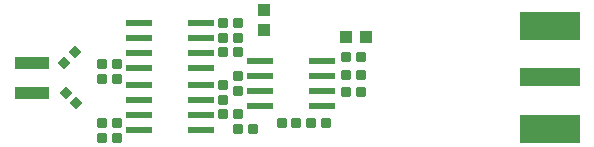
<source format=gbr>
%TF.GenerationSoftware,KiCad,Pcbnew,(6.0.7)*%
%TF.CreationDate,2022-08-24T15:08:17+02:00*%
%TF.ProjectId,diff-probe,64696666-2d70-4726-9f62-652e6b696361,rev?*%
%TF.SameCoordinates,Original*%
%TF.FileFunction,Paste,Top*%
%TF.FilePolarity,Positive*%
%FSLAX46Y46*%
G04 Gerber Fmt 4.6, Leading zero omitted, Abs format (unit mm)*
G04 Created by KiCad (PCBNEW (6.0.7)) date 2022-08-24 15:08:17*
%MOMM*%
%LPD*%
G01*
G04 APERTURE LIST*
G04 Aperture macros list*
%AMRoundRect*
0 Rectangle with rounded corners*
0 $1 Rounding radius*
0 $2 $3 $4 $5 $6 $7 $8 $9 X,Y pos of 4 corners*
0 Add a 4 corners polygon primitive as box body*
4,1,4,$2,$3,$4,$5,$6,$7,$8,$9,$2,$3,0*
0 Add four circle primitives for the rounded corners*
1,1,$1+$1,$2,$3*
1,1,$1+$1,$4,$5*
1,1,$1+$1,$6,$7*
1,1,$1+$1,$8,$9*
0 Add four rect primitives between the rounded corners*
20,1,$1+$1,$2,$3,$4,$5,0*
20,1,$1+$1,$4,$5,$6,$7,0*
20,1,$1+$1,$6,$7,$8,$9,0*
20,1,$1+$1,$8,$9,$2,$3,0*%
G04 Aperture macros list end*
%ADD10RoundRect,0.100000X0.000000X-0.424264X0.424264X0.000000X0.000000X0.424264X-0.424264X0.000000X0*%
%ADD11RoundRect,0.100000X0.000000X0.424264X-0.424264X0.000000X0.000000X-0.424264X0.424264X0.000000X0*%
%ADD12R,3.000000X1.000000*%
%ADD13RoundRect,0.100000X-0.300000X-0.300000X0.300000X-0.300000X0.300000X0.300000X-0.300000X0.300000X0*%
%ADD14RoundRect,0.100000X0.300000X0.300000X-0.300000X0.300000X-0.300000X-0.300000X0.300000X-0.300000X0*%
%ADD15RoundRect,0.100000X-0.424264X0.000000X0.000000X-0.424264X0.424264X0.000000X0.000000X0.424264X0*%
%ADD16RoundRect,0.100000X0.424264X0.000000X0.000000X0.424264X-0.424264X0.000000X0.000000X-0.424264X0*%
%ADD17R,2.209800X0.609600*%
%ADD18RoundRect,0.100000X0.300000X-0.300000X0.300000X0.300000X-0.300000X0.300000X-0.300000X-0.300000X0*%
%ADD19RoundRect,0.100000X-0.300000X0.300000X-0.300000X-0.300000X0.300000X-0.300000X0.300000X0.300000X0*%
%ADD20R,5.080000X1.500000*%
%ADD21R,5.080000X2.420000*%
%ADD22R,1.100000X1.000000*%
%ADD23R,1.000000X1.100000*%
G04 APERTURE END LIST*
D10*
%TO.C,R28*%
X129436008Y-96740242D03*
D11*
X130319892Y-95856358D03*
%TD*%
D12*
%TO.C,J3*%
X126679050Y-99300000D03*
X126679050Y-96760000D03*
%TD*%
D13*
%TO.C,C19*%
X132631100Y-96878600D03*
D14*
X133881100Y-96878600D03*
%TD*%
D13*
%TO.C,C20*%
X132631100Y-98128600D03*
D14*
X133881100Y-98128600D03*
%TD*%
%TO.C,C24*%
X151575000Y-101878600D03*
D13*
X150325000Y-101878600D03*
%TD*%
D15*
%TO.C,R20*%
X129536008Y-99284458D03*
D16*
X130419892Y-100168342D03*
%TD*%
D17*
%TO.C,IC3*%
X135764900Y-98598600D03*
X135764900Y-99868600D03*
X135764900Y-101138600D03*
X135764900Y-102408600D03*
X140997300Y-102408600D03*
X140997300Y-101138600D03*
X140997300Y-99868600D03*
X140997300Y-98598600D03*
%TD*%
D13*
%TO.C,R26*%
X144131100Y-102378600D03*
D14*
X145381100Y-102378600D03*
%TD*%
D13*
%TO.C,R30*%
X153275000Y-99200000D03*
D14*
X154525000Y-99200000D03*
%TD*%
D13*
%TO.C,C22*%
X132631100Y-103128600D03*
D14*
X133881100Y-103128600D03*
%TD*%
D13*
%TO.C,C18*%
X153275000Y-97753600D03*
D14*
X154525000Y-97753600D03*
%TD*%
D13*
%TO.C,C17*%
X153275000Y-96300000D03*
D14*
X154525000Y-96300000D03*
%TD*%
D18*
%TO.C,C16*%
X142881100Y-99878600D03*
D19*
X142881100Y-98628600D03*
%TD*%
D13*
%TO.C,R22*%
X142881100Y-101128600D03*
D14*
X144131100Y-101128600D03*
%TD*%
D13*
%TO.C,C21*%
X132631100Y-101878600D03*
D14*
X133881100Y-101878600D03*
%TD*%
D18*
%TO.C,C13*%
X142881100Y-94628600D03*
D19*
X142881100Y-93378600D03*
%TD*%
D17*
%TO.C,IC5*%
X135764900Y-93348600D03*
X135764900Y-94618600D03*
X135764900Y-95888600D03*
X135764900Y-97158600D03*
X140997300Y-97158600D03*
X140997300Y-95888600D03*
X140997300Y-94618600D03*
X140997300Y-93348600D03*
%TD*%
D18*
%TO.C,C14*%
X144131100Y-94628600D03*
D19*
X144131100Y-93378600D03*
%TD*%
D20*
%TO.C,X2*%
X170530000Y-98000000D03*
D21*
X170530000Y-102380000D03*
X170530000Y-93620000D03*
%TD*%
D22*
%TO.C,C54*%
X146300000Y-93950000D03*
X146300000Y-92250000D03*
%TD*%
D23*
%TO.C,C52*%
X153250000Y-94600000D03*
X154950000Y-94600000D03*
%TD*%
D17*
%TO.C,IC4*%
X146014900Y-96598600D03*
X146014900Y-97868600D03*
X146014900Y-99138600D03*
X146014900Y-100408600D03*
X151247300Y-100408600D03*
X151247300Y-99138600D03*
X151247300Y-97868600D03*
X151247300Y-96598600D03*
%TD*%
D18*
%TO.C,C15*%
X144131100Y-99128600D03*
D19*
X144131100Y-97878600D03*
%TD*%
D13*
%TO.C,C23*%
X147825000Y-101878600D03*
D14*
X149075000Y-101878600D03*
%TD*%
D13*
%TO.C,R32*%
X142881100Y-95878600D03*
D14*
X144131100Y-95878600D03*
%TD*%
M02*

</source>
